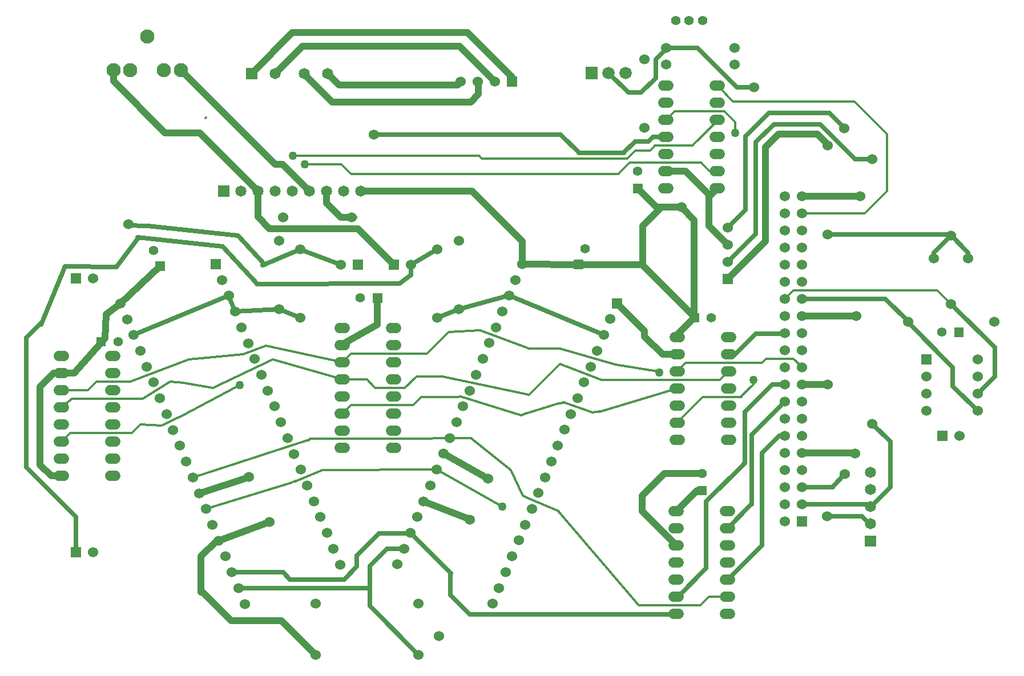
<source format=gbr>
G04 start of page 3 for group 5 idx 5 *
G04 Title: (unknown), bottom *
G04 Creator: pcb 20140316 *
G04 CreationDate: Sat 22 Apr 2017 04:45:52 AM GMT UTC *
G04 For: vince *
G04 Format: Gerber/RS-274X *
G04 PCB-Dimensions (mil): 6900.00 3900.00 *
G04 PCB-Coordinate-Origin: lower left *
%MOIN*%
%FSLAX25Y25*%
%LNBOTTOM*%
%ADD62C,0.1000*%
%ADD61C,0.0472*%
%ADD60C,0.0420*%
%ADD59C,0.0315*%
%ADD58C,0.0591*%
%ADD57C,0.0285*%
%ADD56C,0.1181*%
%ADD55C,0.1083*%
%ADD54C,0.0380*%
%ADD53C,0.1285*%
%ADD52C,0.0280*%
%ADD51C,0.1260*%
%ADD50C,0.0300*%
%ADD49C,0.0200*%
%ADD48C,0.0350*%
%ADD47C,0.0500*%
%ADD46C,0.0827*%
%ADD45C,0.0720*%
%ADD44C,0.0551*%
%ADD43C,0.0650*%
%ADD42C,0.0550*%
%ADD41C,0.0001*%
%ADD40C,0.0600*%
%ADD39C,0.0400*%
%ADD38C,0.0120*%
%ADD37C,0.0250*%
G54D37*X520193Y205307D02*X506913Y218587D01*
X499500Y145500D02*X510000Y135000D01*
Y108500D01*
X498000Y96500D01*
G54D38*X448280Y218453D02*X453327Y223500D01*
G54D37*X448280Y158453D02*Y158280D01*
Y168453D02*X440953D01*
G54D39*X458280D02*X473453D01*
X473500Y168500D01*
G54D38*X458280Y178720D02*Y178453D01*
Y178720D02*X453500Y183500D01*
X437500D01*
X436500Y182500D01*
G54D37*X431500Y198000D02*X447827D01*
X448280Y198453D01*
G54D39*X458280Y208453D02*X489953D01*
X490000Y208500D01*
X365500Y238500D02*X327830D01*
X327801Y238529D01*
G54D37*X287193Y220339D02*X342626Y197378D01*
G54D39*X328000Y238500D02*X294847Y238817D01*
G54D38*X297000Y151500D02*X316500Y157500D01*
X294500Y150500D02*X297765Y151735D01*
X288500Y118500D02*X295500Y103313D01*
X295472Y103372D02*X297570Y102370D01*
X299000Y189500D02*X308500D01*
X319000Y158000D02*X336000Y152000D01*
X316500Y157500D02*X319370Y157870D01*
X340000Y152500D02*X385455Y166000D01*
G54D39*X400000Y106500D02*X397000D01*
G54D38*X336000Y152000D02*X340500Y152648D01*
G54D39*X395500Y207500D02*Y208000D01*
X365000Y238500D01*
X385455Y196000D02*Y197455D01*
X395500Y207500D01*
G54D37*X415455Y186000D02*X419500D01*
X431500Y198000D01*
X458280Y108453D02*X476421D01*
Y108921D01*
X483500Y116000D01*
X458280Y98453D02*X497047D01*
X498500Y97000D01*
X473000Y91500D02*X493374D01*
X498374Y86500D01*
G54D39*X458280Y128453D02*X489047D01*
X489500Y128000D01*
G54D37*X448280Y138453D02*X444953D01*
X435000Y128500D01*
Y74500D01*
X415000Y54500D01*
X428500Y98000D02*X415000Y84500D01*
X402500Y61000D02*Y100000D01*
G54D38*X415000Y44500D02*X404000D01*
G54D37*X402500Y100000D02*X424000Y121500D01*
G54D39*X400000Y116500D02*X378000D01*
X365000Y103500D01*
Y94500D01*
X397000Y106500D02*X385000Y94500D01*
G54D37*Y44500D02*X386000D01*
X402500Y61000D01*
G54D39*X365000Y94500D02*X385000Y74500D01*
G54D38*X316170Y94570D02*X363100Y39500D01*
X404000Y44500D02*X399000Y39500D01*
X363000D01*
G54D37*X440953Y168453D02*X425000Y152500D01*
X429000Y139173D02*X448280Y158453D01*
G54D38*X435000Y181000D02*X437000Y183000D01*
X422500Y161000D02*X430000Y168500D01*
Y171000D01*
G54D37*X425000Y152500D02*Y122500D01*
X429000Y98500D02*Y139173D01*
X425000Y122500D02*X424500Y122000D01*
G54D38*X385455Y176000D02*X390455Y181000D01*
X435000D01*
X415455Y176000D02*X410455Y171000D01*
X361500D01*
X385455Y146000D02*X400455Y161000D01*
X423000D01*
G54D37*X385000Y34500D02*X384000Y33500D01*
X264500Y34000D02*X384500D01*
X385000Y34500D01*
X571000Y190000D02*Y173000D01*
X561000Y163000D01*
X546500Y178500D02*Y167500D01*
X561000Y153000D01*
X545500Y215500D02*X571000Y190000D01*
X520193Y205045D02*Y204807D01*
X546500Y178500D01*
G54D39*X458280Y278453D02*X492453D01*
X492500Y278500D01*
G54D38*X458280Y268453D02*X458327Y268500D01*
X495100D01*
X508000Y281400D01*
G54D39*X405000Y260000D02*X415000Y250000D01*
G54D37*Y240000D02*X431500Y256500D01*
G54D39*X437000Y252000D02*X415000Y230000D01*
X409000Y283000D02*X404000Y278000D01*
Y261000D01*
X390500Y293000D02*X404750Y278750D01*
X379000Y293000D02*X390500D01*
G54D38*X409000D02*X404500D01*
X399500Y298000D01*
X400100Y297400D01*
G54D39*X395500Y207000D02*Y264500D01*
X388000Y272000D01*
G54D37*X431500Y310000D02*X442000Y320500D01*
G54D38*X419250Y315750D02*Y321750D01*
G54D39*X437000Y307100D02*X444700Y314800D01*
G54D37*X431500Y256500D02*Y310000D01*
G54D39*X437000Y282000D02*Y252000D01*
G54D37*X415000Y260000D02*X425500Y270500D01*
Y313500D02*X439000Y327000D01*
G54D38*X419250Y321750D02*X413000Y328000D01*
G54D37*X425500Y270500D02*Y313500D01*
X430500Y342000D02*X420500D01*
G54D39*X437000Y282200D02*Y307100D01*
G54D38*X414600Y337400D02*X409000Y343000D01*
X413750Y338250D02*X418150Y333850D01*
G54D39*X388000Y272000D02*X373500D01*
G54D38*X409000Y323000D02*Y322500D01*
X394500Y308000D01*
X413000Y328000D02*X384000D01*
X379000Y323000D01*
X394750Y307950D02*X372250D01*
X372800D02*X372650D01*
G54D37*X439000Y327000D02*X474500D01*
X482500Y319000D01*
G54D38*X418150Y333850D02*X488950D01*
X508000Y314800D01*
G54D37*X442000Y320500D02*X469000D01*
G54D39*X444700Y314800D02*X467300D01*
X473500Y308600D01*
G54D37*X469000Y320500D02*X489500Y300000D01*
X499500D01*
G54D38*X508000Y281400D02*Y314800D01*
Y314100D01*
G54D37*X458280Y218453D02*X458327Y218500D01*
X506913Y218587D02*X458413D01*
G54D38*X453327Y223500D02*X537500D01*
X545500Y215500D01*
G54D37*X473500Y256000D02*X545000D01*
X535500Y242000D02*Y245500D01*
X545500Y255500D01*
X555500Y242000D02*Y245500D01*
X545000Y256000D02*X555500Y245500D01*
G54D38*X231500Y156500D02*X236000Y161000D01*
X257000D01*
X248250Y173250D02*X299000Y162500D01*
X317000Y180500D01*
X308000Y189500D02*X317000D01*
X270500Y200000D02*X299000Y189500D01*
X252000Y199000D02*X270500Y200000D01*
G54D37*X286943Y220443D02*X258000Y212500D01*
G54D39*X265580Y281420D02*X295000Y252000D01*
Y239320D01*
X294500Y238820D01*
G54D38*X317000Y180500D02*X341500Y171000D01*
X317000Y189500D02*X349500Y180000D01*
X341500Y171000D02*X364000D01*
G54D39*X350280Y215856D02*X366500Y199636D01*
Y196500D01*
X377000Y186000D01*
X385455D01*
G54D38*X349500Y180000D02*X374000Y176000D01*
G54D39*X373500Y272000D02*X362500Y283000D01*
G54D38*X357750Y297950D02*X399750D01*
X351500Y291500D02*Y291750D01*
X357500Y297750D01*
G54D39*X365500Y238500D02*Y261000D01*
X376500Y272000D01*
G54D37*X317500Y314500D02*X328000Y304000D01*
X354300Y303800D02*X328200D01*
X328150Y303850D01*
X379000Y313000D02*X371200D01*
X368700Y310500D01*
X361000D01*
X354500Y304000D01*
G54D38*X372650Y307950D02*X369800Y305100D01*
X360900D01*
X356200Y300400D01*
X356300Y300500D02*X271500D01*
X270100Y301900D01*
G54D39*X258500Y346000D02*X259000Y345500D01*
X150731Y350160D02*X166572Y366000D01*
X181440Y350160D02*Y350060D01*
X167661Y350160D02*Y349839D01*
X166572Y366000D02*X258500D01*
X279000Y345500D01*
X257500Y343500D02*X259250Y345250D01*
X269500Y345000D02*X269000Y345500D01*
X136952Y350160D02*X160792Y374000D01*
X263000D01*
X181440Y350060D02*X188000Y343500D01*
X257500D01*
G54D37*X208500Y314500D02*X317500D01*
G54D38*X195000Y291500D02*X351500D01*
X161000Y302000D02*X270000D01*
G54D39*X263000Y374000D02*X289000Y348000D01*
Y345500D01*
G54D37*X420500Y342000D02*X397500Y365000D01*
X379000D01*
X373000Y347500D02*Y358500D01*
X379000Y364500D01*
Y365000D01*
X345500Y350500D02*X357000Y339000D01*
X364500D01*
X373000Y347500D01*
G54D39*X189699Y191699D02*X210500Y203500D01*
Y219000D01*
G54D37*X153000Y212500D02*X165500Y207500D01*
X230000Y238500D02*Y232500D01*
X165500Y247500D02*X143500Y238000D01*
X230000Y238500D02*X245500Y247500D01*
X165000Y247284D02*X189000Y238500D01*
X230000Y232500D02*X223500Y227500D01*
X258000Y212500D02*X245500Y207500D01*
X223500Y227500D02*X140000Y227000D01*
G54D39*X199000Y259500D02*X220000Y238500D01*
G54D37*X68089Y197311D02*X123522Y220272D01*
G54D38*X66000Y170000D02*X100500Y183000D01*
X114500Y166500D02*X97000Y169500D01*
X73500Y160000D02*X89500Y170000D01*
X97500Y169414D01*
X100500Y183000D02*X132000Y186000D01*
X145500Y191000D01*
X149500Y183000D02*X114500Y166500D01*
X130000Y168000D02*X94227Y149073D01*
G54D37*X123500Y220263D02*X127349Y211033D01*
X153000Y212500D01*
G54D38*X145500Y191000D02*X189985Y181413D01*
X195072Y186500D01*
X239500D02*X252000Y199000D01*
X189985Y171413D02*X149500Y183000D01*
X195072Y156500D02*X231500D01*
X190318Y171318D02*X204182D01*
X208500Y167000D01*
X195072Y186500D02*X239500D01*
X208000Y167500D02*X209000Y166500D01*
X226500D01*
G54D37*X253500Y58050D02*X229791Y81758D01*
X228500Y81500D02*X229274Y82274D01*
X253025Y58525D02*Y45475D01*
X264500Y34000D01*
G54D38*X252752Y137190D02*X265310D01*
G54D39*X237244Y100244D02*X265000Y89500D01*
G54D38*X297500Y102400D02*X316240Y94540D01*
X226500Y166500D02*X233197Y173197D01*
X248500D01*
X259000Y161500D02*X294500Y150500D01*
X257000Y161000D02*X259000Y161500D01*
G54D39*X248925Y127952D02*X275000Y113500D01*
G54D38*X265000Y137190D02*X288500Y118500D01*
X245000Y118712D02*X283500Y97000D01*
X242500Y136600D02*X243090Y137190D01*
X252752D01*
G54D39*X189985Y131413D02*X190072Y131500D01*
G54D38*X189985Y151413D02*X195072Y156500D01*
X162400Y111900D02*X178200Y118500D01*
X170189Y135900D02*X170889Y136600D01*
X178130Y118470D02*X245098Y118713D01*
X170889Y136600D02*X242500D01*
G54D39*X106357Y104923D02*X136000Y114500D01*
G54D38*X102530Y114162D02*X170500Y136000D01*
X160500Y111000D02*X110184Y95685D01*
X160270Y110930D02*X162470Y111930D01*
G54D39*X117838Y77207D02*X147500Y88000D01*
X117500Y77084D02*X116584D01*
X107500Y68000D01*
Y47000D01*
G54D37*X34476Y70465D02*Y91024D01*
X5500Y120000D01*
G54D39*X26000Y115000D02*X20000D01*
X13500Y121500D01*
G54D37*X5500Y120000D02*Y195714D01*
G54D39*X26000Y175000D02*X21500D01*
X13500Y167000D01*
Y127500D01*
Y121500D02*Y127000D01*
X107500Y47000D02*X108500D01*
X125000Y30500D01*
X154500D01*
X174500Y10500D01*
G54D37*X206000Y39000D02*X234500Y10500D01*
X125491Y58730D02*X155270D01*
X129319Y49491D02*X205509D01*
X206000Y49000D01*
Y49491D02*Y39000D01*
X206009Y49491D02*Y62509D01*
X155270Y58730D02*X159500Y54500D01*
X191000D01*
X198500Y62000D01*
Y68500D01*
X211500Y81500D01*
X228500D01*
X206009Y62509D02*X216000Y72500D01*
X225946D01*
X225964Y72519D01*
G54D38*X110500Y324500D02*X110000Y324000D01*
G54D39*X86500Y315500D02*X106612D01*
G54D37*X144548Y238452D02*X129000Y255500D01*
X76500Y261000D01*
X140503Y227003D02*X120000Y249000D01*
X70500Y254500D01*
X71000Y254444D02*X58000Y237000D01*
G54D39*X150756Y296976D02*X95616Y352115D01*
X106612Y315500D02*X140692Y281420D01*
X140556Y281556D02*Y266444D01*
X147500Y259500D01*
X56246Y352115D02*Y345754D01*
X86500Y315500D01*
X60435Y215789D02*X83478Y237522D01*
X60063Y215437D02*X52000Y209500D01*
X51500Y195500D01*
G54D37*X58000Y237000D02*X28000Y237500D01*
X14000Y203500D01*
X5500Y195714D02*X14500Y204714D01*
G54D39*X51500Y195500D02*X33500Y175000D01*
X26000D01*
G54D38*Y165000D02*X41500D01*
X46500Y170000D01*
X66000D01*
X32000Y160000D02*X26000Y155000D01*
X32000Y160000D02*X73500D01*
X26000Y135000D02*X31100Y140100D01*
X66900D01*
X71879Y145079D01*
X84500Y144400D02*X94700Y149300D01*
X71900Y145100D02*X84500Y144400D01*
G54D39*X184000Y333500D02*X265000D01*
X269500Y338000D01*
Y345000D01*
X170556Y281556D02*X170692Y281420D01*
G54D38*X201212Y280900D02*X200692Y281420D01*
G54D39*X150616Y297116D02*X154996D01*
X170692Y281420D01*
G54D38*X189500Y297000D02*X195000Y291500D01*
G54D39*X200692Y281420D02*X265580D01*
G54D37*X76500Y261000D02*X64000Y261500D01*
G54D39*X147500Y259500D02*X199000D01*
X167661Y349839D02*X184000Y333500D01*
X180692Y281420D02*Y274308D01*
X189000Y266000D01*
X195500D01*
G54D38*X169000Y298000D02*X168500Y297500D01*
G54D37*X195500Y266000D02*X197500D01*
G54D38*X168000Y297000D02*X189500D01*
G54D40*X174500Y40500D03*
Y10500D03*
X146483Y164840D03*
X189985Y161413D03*
Y151413D03*
Y141413D03*
Y131413D03*
X150310Y155601D03*
X154136Y146362D03*
X157963Y137123D03*
X161790Y127885D03*
X165617Y118646D03*
X169444Y109407D03*
X173271Y100168D03*
X177097Y90929D03*
X180924Y81690D03*
X184751Y72452D03*
X188578Y63213D03*
X133145Y40252D03*
X129319Y49491D03*
X125491Y58730D03*
X121665Y67968D03*
X117838Y77207D03*
X114011Y86446D03*
X110184Y95685D03*
X106357Y104923D03*
G54D41*G36*
X31476Y73465D02*Y67465D01*
X37476D01*
Y73465D01*
X31476D01*
G37*
G54D40*X44476Y70465D03*
X234500Y40500D03*
Y10500D03*
X222137Y63280D03*
X225964Y72519D03*
X229791Y81758D03*
X233618Y90996D03*
X237445Y100235D03*
X241271Y109474D03*
X245099Y118713D03*
X248925Y127952D03*
X219985Y131413D03*
Y141413D03*
Y151413D03*
Y161413D03*
X252752Y137190D03*
X256579Y146429D03*
X260406Y155668D03*
X264233Y164907D03*
X458280Y148453D03*
Y158453D03*
Y168453D03*
Y178453D03*
X448280D03*
X458280Y188453D03*
Y108453D03*
X448280D03*
X458280Y118453D03*
Y128453D03*
Y138453D03*
X448280Y118453D03*
Y128453D03*
Y138453D03*
Y148453D03*
Y158453D03*
Y168453D03*
G54D41*G36*
X537500Y141500D02*Y135500D01*
X543500D01*
Y141500D01*
X537500D01*
G37*
G54D40*X550500Y138500D03*
X531000Y153000D03*
G54D41*G36*
X528000Y186000D02*Y180000D01*
X534000D01*
Y186000D01*
X528000D01*
G37*
G54D40*X531000Y173000D03*
Y163000D03*
X561000Y153000D03*
Y163000D03*
Y173000D03*
Y183000D03*
X555500Y242000D03*
X545500Y255500D03*
Y215500D03*
X570807Y205045D03*
X520193D03*
G54D41*G36*
X547250Y201750D02*Y196250D01*
X552750D01*
Y201750D01*
X547250D01*
G37*
G54D42*X540000Y199000D03*
G54D40*X535500Y242000D03*
G54D41*G36*
X455280Y91453D02*Y85453D01*
X461280D01*
Y91453D01*
X455280D01*
G37*
G54D40*X448280Y88453D03*
Y98453D03*
G54D43*X498374Y117000D03*
Y107000D03*
G54D40*X458280Y98453D03*
G54D43*X498374Y97000D03*
Y87000D03*
G54D41*G36*
X495124Y80250D02*Y73750D01*
X501624D01*
Y80250D01*
X495124D01*
G37*
G54D40*X448280Y258453D03*
Y268453D03*
Y278453D03*
X409000Y313000D03*
X379000D03*
X409000Y303000D03*
Y293000D03*
Y283000D03*
X379000D03*
Y293000D03*
Y303000D03*
G54D41*G36*
X359750Y285750D02*Y280250D01*
X365250D01*
Y285750D01*
X359750D01*
G37*
G54D42*X362500Y293000D03*
G54D40*X415000Y260000D03*
X419000Y365000D03*
X409000Y343000D03*
Y333000D03*
X419000Y355500D03*
X409000Y323000D03*
X379000D03*
G54D44*X384626Y381000D03*
X392500D03*
X400374D03*
G54D40*X379000Y355500D03*
X366500Y318500D03*
X379000Y365000D03*
X366500Y358500D03*
X379000Y333000D03*
Y343000D03*
G54D41*G36*
X331900Y354100D02*Y346900D01*
X339100D01*
Y354100D01*
X331900D01*
G37*
G54D45*X345500Y350500D03*
X355500D03*
G54D41*G36*
X286000Y348500D02*Y342500D01*
X292000D01*
Y348500D01*
X286000D01*
G37*
G54D40*X279000Y345500D03*
X269000D03*
X259000D03*
G54D46*X75931Y371800D03*
X95616Y352115D03*
G54D43*X167661Y350160D03*
X150731D03*
G54D41*G36*
X133702Y353410D02*Y346910D01*
X140202D01*
Y353410D01*
X133702D01*
G37*
G54D46*X56246Y352115D03*
X85774D03*
X66089D03*
G54D43*X181440Y350160D03*
G54D40*X155500Y266000D03*
G54D43*X170692Y281420D03*
X160692D03*
G54D40*X195500Y266000D03*
G54D43*X200692Y281420D03*
X190692D03*
X180692D03*
X150692D03*
X140692D03*
X130692D03*
G54D41*G36*
X117442Y284670D02*Y278170D01*
X123942D01*
Y284670D01*
X117442D01*
G37*
G54D40*X448280Y188453D03*
Y198453D03*
Y208453D03*
X458280Y198453D03*
Y208453D03*
Y218453D03*
X448280D03*
Y228453D03*
Y238453D03*
Y248453D03*
X458280Y228453D03*
Y238453D03*
Y248453D03*
Y258453D03*
Y268453D03*
Y278453D03*
X415455Y196000D03*
Y186000D03*
Y176000D03*
G54D41*G36*
X412000Y233000D02*Y227000D01*
X418000D01*
Y233000D01*
X412000D01*
G37*
G54D40*X415000Y240000D03*
Y250000D03*
X415455Y166000D03*
Y156000D03*
Y146000D03*
Y136000D03*
X385455Y156000D03*
Y166000D03*
Y176000D03*
Y186000D03*
Y196000D03*
G54D41*G36*
X392750Y210250D02*Y204750D01*
X398250D01*
Y210250D01*
X392750D01*
G37*
G54D42*X405500Y207500D03*
G54D40*X385455Y136000D03*
X385000Y94500D03*
X415000D03*
Y84500D03*
Y74500D03*
G54D41*G36*
X397250Y109250D02*Y103750D01*
X402750D01*
Y109250D01*
X397250D01*
G37*
G54D42*X400000Y116500D03*
G54D40*X415000Y64500D03*
X385000D03*
Y74500D03*
Y84500D03*
X415000Y54500D03*
X385000D03*
X415000Y44500D03*
X385000D03*
X415000Y34500D03*
X385000D03*
X385455Y146000D03*
G54D41*G36*
X347280Y218856D02*Y212856D01*
X353280D01*
Y218856D01*
X347280D01*
G37*
G54D40*X346453Y206617D03*
X342626Y197378D03*
X338799Y188139D03*
X334973Y178901D03*
X331146Y169662D03*
X323492Y151184D03*
X319665Y141946D03*
X315838Y132707D03*
X312012Y123468D03*
X308185Y114229D03*
X304358Y104991D03*
X300531Y95752D03*
X296704Y86513D03*
X292877Y77274D03*
X289051Y68035D03*
X285224Y58796D03*
X281397Y49557D03*
X277570Y40319D03*
X327319Y160423D03*
X275713Y192623D03*
X279540Y201862D03*
X283367Y211100D03*
X287193Y220339D03*
X291021Y229578D03*
X294847Y238817D03*
G54D41*G36*
X325051Y241279D02*Y235779D01*
X330551D01*
Y241279D01*
X325051D01*
G37*
G54D42*X331628Y247768D03*
G54D41*G36*
X112868Y241750D02*Y235750D01*
X118868D01*
Y241750D01*
X112868D01*
G37*
G36*
X217000Y241500D02*Y235500D01*
X223000D01*
Y241500D01*
X217000D01*
G37*
G54D40*X230000Y238500D03*
G54D41*G36*
X196000Y241500D02*Y235500D01*
X202000D01*
Y241500D01*
X196000D01*
G37*
G54D40*X189000Y238500D03*
X119695Y229511D03*
X123522Y220272D03*
X127349Y211033D03*
X165500Y207500D03*
X153000Y212500D03*
X165500Y247500D03*
X153000Y252500D03*
X102530Y114162D03*
X56000Y115000D03*
X98704Y123401D03*
X56000Y125000D03*
X94877Y132640D03*
X91050Y141879D03*
X87223Y151117D03*
X83396Y160356D03*
X79570Y169595D03*
X75743Y178834D03*
X71916Y188072D03*
X68089Y197311D03*
G54D41*G36*
X46250Y196250D02*Y190750D01*
X51750D01*
Y196250D01*
X46250D01*
G37*
G54D42*X59000Y193500D03*
G54D40*X64263Y206550D03*
X60435Y215789D03*
G54D41*G36*
X31476Y233465D02*Y227465D01*
X37476D01*
Y233465D01*
X31476D01*
G37*
G54D40*X44476Y230465D03*
X56000Y185000D03*
G54D41*G36*
X80819Y240363D02*Y234863D01*
X86319D01*
Y240363D01*
X80819D01*
G37*
G54D42*X79742Y246852D03*
G54D40*X56000Y135000D03*
Y145000D03*
Y155000D03*
Y165000D03*
Y175000D03*
X26000Y185000D03*
Y175000D03*
Y165000D03*
Y155000D03*
Y145000D03*
Y135000D03*
Y125000D03*
Y115000D03*
X245500Y207500D03*
Y247500D03*
X258000Y212500D03*
Y252500D03*
X268060Y174145D03*
X271886Y183384D03*
X219985Y171413D03*
X131175Y201795D03*
X135002Y192556D03*
X138829Y183317D03*
X142656Y174078D03*
X219985Y181413D03*
Y191413D03*
Y201413D03*
G54D41*G36*
X207750Y221750D02*Y216250D01*
X213250D01*
Y221750D01*
X207750D01*
G37*
G54D42*X200500Y219000D03*
G54D40*X189985Y201413D03*
Y191413D03*
Y181413D03*
Y171413D03*
X54500Y115000D02*X57500D01*
X54500Y125000D02*X57500D01*
X54500Y135000D02*X57500D01*
X54500Y145000D02*X57500D01*
X54500Y155000D02*X57500D01*
X54500Y165000D02*X57500D01*
X54500Y175000D02*X57500D01*
X54500Y185000D02*X57500D01*
X24500D02*X27500D01*
X24500Y175000D02*X27500D01*
X24500Y165000D02*X27500D01*
X24500Y155000D02*X27500D01*
X24500Y145000D02*X27500D01*
X24500Y135000D02*X27500D01*
X24500Y125000D02*X27500D01*
X24500Y115000D02*X27500D01*
X218485Y131413D02*X221485D01*
X218485Y141413D02*X221485D01*
X218485Y151413D02*X221485D01*
X218485Y161413D02*X221485D01*
X218485Y171413D02*X221485D01*
X218485Y181413D02*X221485D01*
X218485Y191413D02*X221485D01*
X218485Y201413D02*X221485D01*
X188485D02*X191485D01*
X188485Y191413D02*X191485D01*
X188485Y181413D02*X191485D01*
X188485Y171413D02*X191485D01*
X188485Y161413D02*X191485D01*
X188485Y151413D02*X191485D01*
X188485Y141413D02*X191485D01*
X188485Y131413D02*X191485D01*
X413955Y156000D02*X416955D01*
X413955Y146000D02*X416955D01*
X413955Y136000D02*X416955D01*
X383955D02*X386955D01*
X383955Y146000D02*X386955D01*
X383955Y156000D02*X386955D01*
X383955Y166000D02*X386955D01*
X383955Y176000D02*X386955D01*
X383955Y186000D02*X386955D01*
X383955Y196000D02*X386955D01*
X413955Y176000D02*X416955D01*
X413955Y166000D02*X416955D01*
X413955Y196000D02*X416955D01*
X413955Y186000D02*X416955D01*
X413500Y94500D02*X416500D01*
X413500Y84500D02*X416500D01*
X413500Y74500D02*X416500D01*
X413500Y64500D02*X416500D01*
X413500Y54500D02*X416500D01*
X413500Y44500D02*X416500D01*
X413500Y34500D02*X416500D01*
X383500D02*X386500D01*
X383500Y44500D02*X386500D01*
X383500Y54500D02*X386500D01*
X383500Y64500D02*X386500D01*
X383500Y74500D02*X386500D01*
X383500Y84500D02*X386500D01*
X383500Y94500D02*X386500D01*
X407500Y343000D02*X410500D01*
X407500Y333000D02*X410500D01*
X407500Y323000D02*X410500D01*
X407500Y313000D02*X410500D01*
X407500Y303000D02*X410500D01*
X407500Y293000D02*X410500D01*
X407500Y283000D02*X410500D01*
X377500D02*X380500D01*
X377500Y293000D02*X380500D01*
X377500Y303000D02*X380500D01*
X377500Y313000D02*X380500D01*
X377500Y323000D02*X380500D01*
X377500Y333000D02*X380500D01*
X377500Y343000D02*X380500D01*
X499500Y145500D03*
X483500Y116000D03*
X473000Y91500D03*
X489500Y128000D03*
X65000Y262000D03*
G54D47*X161000Y302000D03*
X168000Y297000D03*
G54D40*X208500Y314500D03*
G54D47*X130000Y168000D03*
G54D40*X147500Y88000D03*
X135500Y114500D03*
G54D47*X375000Y175500D03*
G54D40*X388000Y272000D03*
G54D47*X283500Y97000D03*
G54D40*X264500Y89500D03*
X275000Y113500D03*
X246500Y21500D03*
G54D47*X430000Y171000D03*
G54D40*X490000Y208500D03*
X473500Y168500D03*
X499500Y300000D03*
X473500Y256000D03*
X492500Y278500D03*
X430500Y342000D03*
G54D47*X419500Y315500D03*
G54D40*X483000Y318000D03*
X473500Y308000D03*
G54D48*G54D49*G54D48*G54D49*G54D48*G54D49*G54D48*G54D49*G54D48*G54D49*G54D48*G54D49*G54D48*G54D50*G54D51*G54D52*G54D48*G54D52*G54D53*G54D54*G54D50*G54D52*G54D48*G54D52*G54D55*G54D56*G54D55*G54D51*G54D54*G54D52*G54D51*G54D52*G54D57*G54D50*G54D57*G54D55*G54D54*G54D56*G54D54*G54D48*G54D50*G54D54*G54D57*G54D48*G54D58*G54D57*G54D48*G54D58*G54D59*G54D57*G54D51*G54D57*G54D48*G54D60*G54D54*G54D61*G54D58*G54D62*G54D54*G54D58*G54D54*G54D57*G54D54*G54D57*G54D54*G54D48*G54D54*G54D48*G54D50*G54D48*G54D50*G54D48*G54D52*G54D50*G54D52*G54D50*G54D52*G54D57*G54D52*G54D48*G54D52*G54D48*G54D52*G54D50*G54D52*G54D51*G54D54*G54D48*G54D50*G54D53*G54D48*G54D57*G54D52*G54D48*G54D52*G54D48*G54D50*G54D48*M02*

</source>
